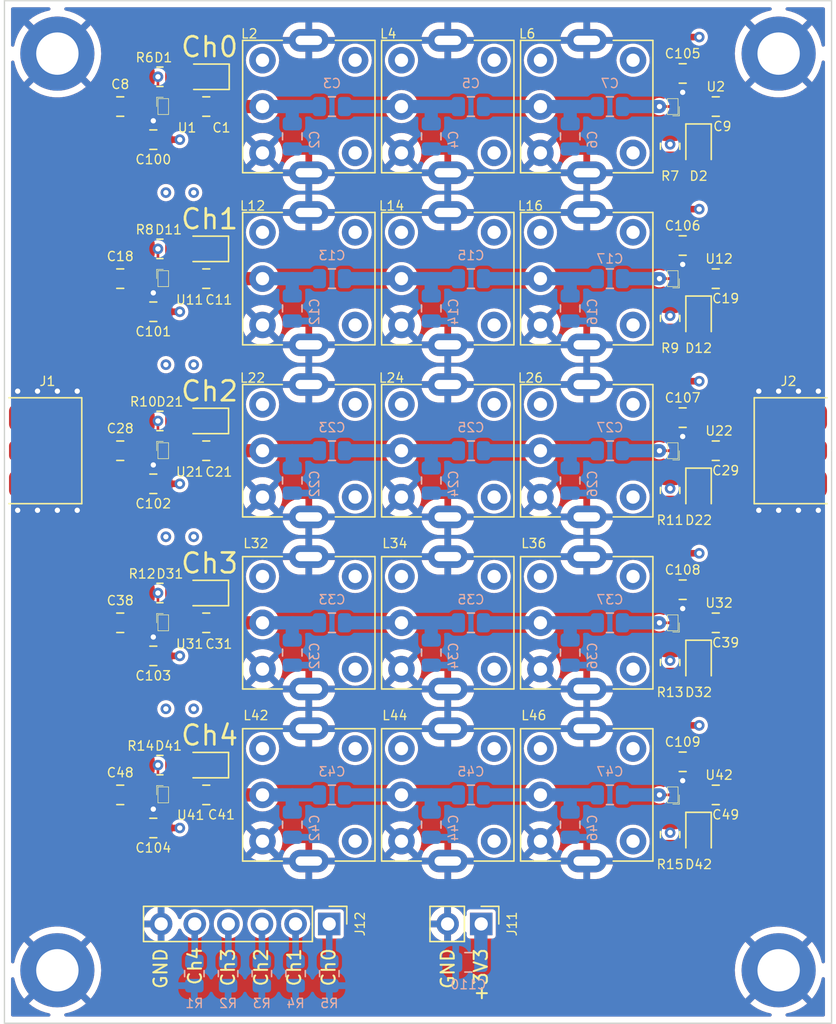
<source format=kicad_pcb>
(kicad_pcb (version 20211014) (generator pcbnew)
  (layers (0 "F.Cu" signal) (1 "In1.Cu" signal) (2 "In2.Cu" signal) (31 "B.Cu" signal) (36 "B.SilkS" user "B.Silkscreen") (37 "F.SilkS" user "F.Silkscreen") (38 "B.Mask" user) (39 "F.Mask" user) (44 "Edge.Cuts" user))
  (net 0 "")
  (net 1 "Net-(C1-Pad1)")
  (net 2 "GND")
  (net 3 "Net-(C3-Pad2)")
  (net 4 "Net-(C7-Pad2)")
  (net 5 "Net-(C8-Pad2)")
  (net 6 "Net-(C9-Pad1)")
  (net 7 "Net-(C19-Pad2)")
  (net 8 "Net-(C11-Pad1)")
  (net 9 "Net-(C13-Pad2)")
  (net 10 "Net-(C17-Pad2)")
  (net 11 "Net-(C19-Pad1)")
  (net 12 "Net-(C21-Pad1)")
  (net 13 "Net-(C23-Pad2)")
  (net 14 "Net-(C27-Pad2)")
  (net 15 "Net-(C28-Pad2)")
  (net 16 "Net-(C29-Pad1)")
  (net 17 "Net-(C31-Pad1)")
  (net 18 "Net-(C35-Pad2)")
  (net 19 "Net-(C37-Pad2)")
  (net 20 "Net-(C39-Pad1)")
  (net 21 "Net-(C41-Pad1)")
  (net 22 "Net-(C41-Pad2)")
  (net 23 "Net-(C43-Pad2)")
  (net 24 "Net-(C47-Pad2)")
  (net 25 "Net-(C48-Pad2)")
  (net 26 "Net-(C49-Pad1)")
  (net 27 "+3V3")
  (net 28 "SEL_BANK0")
  (net 29 "SEL_BANK1")
  (net 30 "SEL_BANK2")
  (net 31 "SEL_BANK3")
  (net 32 "SEL_BANK4")
  (net 33 "Net-(C21-Pad2)")
  (net 34 "Net-(C25-Pad2)")
  (net 35 "Net-(C1-Pad2)")
  (net 36 "Net-(C5-Pad2)")
  (net 37 "Net-(C18-Pad1)")
  (net 38 "Net-(C11-Pad2)")
  (net 39 "Net-(C15-Pad2)")
  (net 40 "Net-(C18-Pad2)")
  (net 41 "Net-(C31-Pad2)")
  (net 42 "Net-(C33-Pad2)")
  (net 43 "Net-(C38-Pad2)")
  (net 44 "Net-(C45-Pad2)")
  (net 45 "Net-(D1-Pad2)")
  (net 46 "Net-(D2-Pad2)")
  (net 47 "Net-(D11-Pad2)")
  (net 48 "Net-(D12-Pad2)")
  (net 49 "Net-(D21-Pad2)")
  (net 50 "Net-(D22-Pad2)")
  (net 51 "Net-(D31-Pad2)")
  (net 52 "Net-(D32-Pad2)")
  (net 53 "Net-(D41-Pad2)")
  (net 54 "Net-(D42-Pad2)")
  (footprint "Capacitor_SMD:C_0805_2012Metric" (layer "F.Cu") (at 104.75 74)
    (fp_text reference "C9")
    (fp_text value "100n")
  )
  (footprint "Capacitor_SMD:C_0805_2012Metric" (layer "F.Cu") (at 102.25 97.5 180)
    (fp_text reference "C107")
    (fp_text value "10n")
  )
  (footprint "Capacitor_SMD:C_0805_2012Metric" (layer "F.Cu") (at 62.25 115.5)
    (fp_text reference "C103")
    (fp_text value "10n")
  )
  (footprint "Resistor_SMD:R_0805_2012Metric" (layer "F.Cu") (at 101.3 129 -90)
    (fp_text reference "R15")
    (fp_text value "1k")
  )
  (footprint "LED_SMD:LED_0805_2012Metric" (layer "F.Cu") (at 66.3 71.75 180)
    (fp_text reference "D1")
    (fp_text value "KP-2012SURCK")
  )
  (footprint "bandPass2:TOKO_10K" (layer "F.Cu") (at 84.5 100)
    (fp_text reference "L24")
    (fp_text value "375n")
  )
  (footprint "bandPass2:SMA" (layer "F.Cu") (at 51.345 100)
    (fp_text reference "J1")
    (fp_text value "SMA")
  )
  (footprint "bandPass2:TOKO_10K" (layer "F.Cu") (at 74 113)
    (fp_text reference "L32")
    (fp_text value "375n")
  )
  (footprint "Resistor_SMD:R_0805_2012Metric" (layer "F.Cu") (at 62.75 97.75)
    (fp_text reference "R10")
    (fp_text value "1k")
  )
  (footprint "Resistor_SMD:R_0805_2012Metric" (layer "F.Cu") (at 101.3 77 -90)
    (fp_text reference "R7")
    (fp_text value "1k")
  )
  (footprint "Capacitor_SMD:C_0805_2012Metric" (layer "F.Cu") (at 102.25 123.5 180)
    (fp_text reference "C109")
    (fp_text value "10n")
  )
  (footprint "Connector_PinHeader_2.54mm:PinHeader_1x06_P2.54mm_Vertical" (layer "F.Cu") (at 75.54 135.75 -90)
    (fp_text reference "J12")
    (fp_text value "Conn_01x06")
  )
  (footprint "bandPass2:TOKO_10K" (layer "F.Cu") (at 95 100)
    (fp_text reference "L26")
    (fp_text value "375n")
  )
  (footprint "Resistor_SMD:R_0805_2012Metric" (layer "F.Cu") (at 101.3 116 -90)
    (fp_text reference "R13")
    (fp_text value "1k")
  )
  (footprint "LED_SMD:LED_0805_2012Metric" (layer "F.Cu") (at 103.45 77 -90)
    (fp_text reference "D2")
    (fp_text value "KP-2012SURCK")
  )
  (footprint "LED_SMD:LED_0805_2012Metric" (layer "F.Cu") (at 66.25 84.75 180)
    (fp_text reference "D11")
    (fp_text value "KP-2012SURCK")
  )
  (footprint "Capacitor_SMD:C_0805_2012Metric" (layer "F.Cu") (at 66.25 100)
    (fp_text reference "C21")
    (fp_text value "82p")
  )
  (footprint "bandPass2:BGS12P2L6E6327XTSA1" (layer "F.Cu") (at 63 113 180)
    (fp_text reference "U31")
    (fp_text value "BGS12P2L6E6327XTSA1")
  )
  (footprint "bandPass2:TOKO_10K" (layer "F.Cu") (at 95 87)
    (fp_text reference "L16")
    (fp_text value "375n")
  )
  (footprint "Resistor_SMD:R_0805_2012Metric" (layer "F.Cu") (at 62.75 110.75)
    (fp_text reference "R12")
    (fp_text value "1k")
  )
  (footprint "bandPass2:TOKO_10K" (layer "F.Cu") (at 74 100)
    (fp_text reference "L22")
    (fp_text value "375n")
  )
  (footprint "LED_SMD:LED_0805_2012Metric" (layer "F.Cu") (at 103.45 103 -90)
    (fp_text reference "D22")
    (fp_text value "KP-2012SURCK")
  )
  (footprint "bandPass2:TOKO_10K" (layer "F.Cu") (at 95 126)
    (fp_text reference "L46")
    (fp_text value "375n")
  )
  (footprint "bandPass2:BGS12P2L6E6327XTSA1" (layer "F.Cu") (at 101.5 126)
    (fp_text reference "U42")
    (fp_text value "BGS12P2L6E6327XTSA1")
  )
  (footprint "LED_SMD:LED_0805_2012Metric" (layer "F.Cu") (at 103.45 116 -90)
    (fp_text reference "D32")
    (fp_text value "KP-2012SURCK")
  )
  (footprint "Capacitor_SMD:C_0805_2012Metric" (layer "F.Cu") (at 62.25 89.5)
    (fp_text reference "C101")
    (fp_text value "10n")
  )
  (footprint "LED_SMD:LED_0805_2012Metric" (layer "F.Cu") (at 103.45 129 -90)
    (fp_text reference "D42")
    (fp_text value "KP-2012SURCK")
  )
  (footprint "bandPass2:BGS12P2L6E6327XTSA1" (layer "F.Cu") (at 63 126 180)
    (fp_text reference "U41")
    (fp_text value "BGS12P2L6E6327XTSA1")
  )
  (footprint "Capacitor_SMD:C_0805_2012Metric" (layer "F.Cu") (at 59.75 87)
    (fp_text reference "C18")
    (fp_text value "100n")
  )
  (footprint "bandPass2:BGS12P2L6E6327XTSA1" (layer "F.Cu") (at 101.5 100)
    (fp_text reference "U22")
    (fp_text value "BGS12P2L6E6327XTSA1")
  )
  (footprint "bandPass2:BGS12P2L6E6327XTSA1" (layer "F.Cu") (at 101.5 74)
    (fp_text reference "U2")
    (fp_text value "BGS12P2L6E6327XTSA1")
  )
  (footprint "Connector_PinHeader_2.54mm:PinHeader_1x02_P2.54mm_Vertical" (layer "F.Cu") (at 87.025 135.75 -90)
    (fp_text reference "J11")
    (fp_text value "Conn_01x02")
  )
  (footprint "LED_SMD:LED_0805_2012Metric" (layer "F.Cu") (at 66.25 123.75 180)
    (fp_text reference "D41")
    (fp_text value "KP-2012SURCK")
  )
  (footprint "Capacitor_SMD:C_0805_2012Metric" (layer "F.Cu") (at 62.25 128.5)
    (fp_text reference "C104")
    (fp_text value "10n")
  )
  (footprint "LED_SMD:LED_0805_2012Metric" (layer "F.Cu") (at 66.25 97.75 180)
    (fp_text reference "D21")
    (fp_text value "KP-2012SURCK")
  )
  (footprint "LED_SMD:LED_0805_2012Metric" (layer "F.Cu") (at 66.25 110.75 180)
    (fp_text reference "D31")
    (fp_text value "KP-2012SURCK")
  )
  (footprint "MountingHole:MountingHole_3.2mm_M3_DIN965_Pad" (layer "F.Cu") (at 55 70)
    (fp_text reference "J202" hide)
    (fp_text value "hole")
  )
  (footprint "Capacitor_SMD:C_0805_2012Metric" (layer "F.Cu") (at 104.75 126)
    (fp_text reference "C49")
    (fp_text value "100n")
  )
  (footprint "Capacitor_SMD:C_0805_2012Metric" (layer "F.Cu") (at 104.75 113)
    (fp_text reference "C39")
    (fp_text value "100n")
  )
  (footprint "Resistor_SMD:R_0805_2012Metric" (layer "F.Cu") (at 101.3 90 -90)
    (fp_text reference "R9")
    (fp_text value "1k")
  )
  (footprint "Capacitor_SMD:C_0805_2012Metric" (layer "F.Cu") (at 66.25 113)
    (fp_text reference "C31")
    (fp_text value "82p")
  )
  (footprint "MountingHole:MountingHole_3.2mm_M3_DIN965_Pad" (layer "F.Cu") (at 109.5 70)
    (fp_text reference "J204" hide)
    (fp_text value "hole")
  )
  (footprint "bandPass2:TOKO_10K" (layer "F.Cu") (at 84.5 87)
    (fp_text reference "L14")
    (fp_text value "375n")
  )
  (footprint "bandPass2:BGS12P2L6E6327XTSA1" (layer "F.Cu") (at 63 74 180)
    (fp_text reference "U1")
    (fp_text value "BGS12P2L6E6327XTSA1")
  )
  (footprint "bandPass2:TOKO_10K" (layer "F.Cu") (at 95 113)
    (fp_text reference "L36")
    (fp_text value "375n")
  )
  (footprint "Capacitor_SMD:C_0805_2012Metric" (layer "F.Cu") (at 59.75 113)
    (fp_text reference "C38")
    (fp_text value "100n")
  )
  (footprint "Capacitor_SMD:C_0805_2012Metric" (layer "F.Cu") (at 66.25 87)
    (fp_text reference "C11")
    (fp_text value "82p")
  )
  (footprint "bandPass2:BGS12P2L6E6327XTSA1" (layer "F.Cu") (at 63 100 180)
    (fp_text reference "U21")
    (fp_text value "BGS12P2L6E6327XTSA1")
  )
  (footprint "Resistor_SMD:R_0805_2012Metric" (layer "F.Cu") (at 62.75 71.75)
    (fp_text reference "R6")
    (fp_text value "1k")
  )
  (footprint "Capacitor_SMD:C_0805_2012Metric" (layer "F.Cu") (at 59.75 100)
    (fp_text reference "C28")
    (fp_text value "100n")
  )
  (footprint "bandPass2:TOKO_10K" (layer "F.Cu") (at 95 74)
    (fp_text reference "L6")
    (fp_text value "375n")
  )
  (footprint "Capacitor_SMD:C_0805_2012Metric" (layer "F.Cu") (at 59.75 74)
    (fp_text reference "C8")
    (fp_text value "100n")
  )
  (footprint "Resistor_SMD:R_0805_2012Metric" (layer "F.Cu") (at 62.75 84.75)
    (fp_text reference "R8")
    (fp_text value "1k")
  )
  (footprint "bandPass2:TOKO_10K" (layer "F.Cu") (at 74 126)
    (fp_text reference "L42")
    (fp_text value "375n")
  )
  (footprint "Capacitor_SMD:C_0805_2012Metric" (layer "F.Cu") (at 104.75 87)
    (fp_text reference "C19")
    (fp_text value "100n")
  )
  (footprint "bandPass2:BGS12P2L6E6327XTSA1" (layer "F.Cu") (at 101.5 113)
    (fp_text reference "U32")
    (fp_text value "BGS12P2L6E6327XTSA1")
  )
  (footprint "bandPass2:TOKO_10K" (layer "F.Cu") (at 74 74)
    (fp_text reference "L2")
    (fp_text value "375n")
  )
  (footprint "Capacitor_SMD:C_0805_2012Metric" (layer "F.Cu") (at 102.25 84.5 180)
    (fp_text reference "C106")
    (fp_text value "10n")
  )
  (footprint "bandPass2:TOKO_10K" (layer "F.Cu") (at 74 87)
    (fp_text reference "L12")
    (fp_text value "375n")
  )
  (footprint "bandPass2:TOKO_10K" (layer "F.Cu") (at 84.5 74)
    (fp_text reference "L4")
    (fp_text value "375n")
  )
  (footprint "Resistor_SMD:R_0805_2012Metric" (layer "F.Cu") (at 101.3 103 -90)
    (fp_text reference "R11")
    (fp_text value "1k")
  )
  (footprint "bandPass2:TOKO_10K" (layer "F.Cu") (at 84.5 126)
    (fp_text reference "L44")
    (fp_text value "375n")
  )
  (footprint "Capacitor_SMD:C_0805_2012Metric" (layer "F.Cu") (at 102.25 110.5 180)
    (fp_text reference "C108")
    (fp_text value "10n")
  )
  (footprint "Capacitor_SMD:C_0805_2012Metric" (layer "F.Cu") (at 66.25 74)
    (fp_text reference "C1")
    (fp_text value "82p")
  )
  (footprint "Capacitor_SMD:C_0805_2012Metric" (layer "F.Cu") (at 62.25 76.5)
    (fp_text reference "C100")
    (fp_text value "10n")
  )
  (footprint "Resistor_SMD:R_0805_2012Metric" (layer "F.Cu") (at 62.75 123.75)
    (fp_text reference "R14")
    (fp_text value "1k")
  )
  (footprint "Capacitor_SMD:C_0805_2012Metric" (layer "F.Cu") (at 66.25 126)
    (fp_text reference "C41")
    (fp_text value "82p")
  )
  (footprint "LED_SMD:LED_0805_2012Metric" (layer "F.Cu") (at 103.45 90 -90)
    (fp_text reference "D12")
    (fp_text value "KP-2012SURCK")
  )
  (footprint "MountingHole:MountingHole_3.2mm_M3_DIN965_Pad" (layer "F.Cu") (at 55 139.25)
    (fp_text reference "J203" hide)
    (fp_text value "hole")
  )
  (footprint "Capacitor_SMD:C_0805_2012Metric" (layer "F.Cu") (at 59.75 126)
    (fp_text reference "C48")
    (fp_text value "100n")
  )
  (footprint "bandPass2:TOKO_10K" (layer "F.Cu") (at 84.5 113)
    (fp_text reference "L34")
    (fp_text value "375n")
  )
  (footprint "Capacitor_SMD:C_0805_2012Metric" (layer "F.Cu") (at 62.25 102.5)
    (fp_text reference "C102")
    (fp_text value "10n")
  )
  (footprint "MountingHole:MountingHole_3.2mm_M3_DIN965_Pad" (layer "F.Cu") (at 109.5 139.25)
    (fp_text reference "J201" hide)
    (fp_text value "hole")
  )
  (footprint "Capacitor_SMD:C_0805_2012Metric" (layer "F.Cu") (at 104.75 100)
    (fp_text reference "C29")
    (fp_text value "100n")
  )
  (footprint "bandPass2:BGS12P2L6E6327XTSA1" (layer "F.Cu") (at 63 87 180)
    (fp_text reference "U11")
    (fp_text value "BGS12P2L6E6327XTSA1")
  )
  (footprint "bandPass2:SMA" (layer "F.Cu") (at 113.155 100 180)
    (fp_text reference "J2")
    (fp_text value "SMA")
  )
  (footprint "bandPass2:BGS12P2L6E6327XTSA1" (layer "F.Cu") (at 101.5 87)
    (fp_text reference "U12")
    (fp_text value "BGS12P2L6E6327XTSA1")
  )
  (footprint "Capacitor_SMD:C_0805_2012Metric" (layer "F.Cu") (at 102.25 71.5 180)
    (fp_text reference "C105")
    (fp_text value "10n")
  )
  (footprint "Capacitor_SMD:C_0805_2012Metric" (layer "B.Cu") (at 93.75 102.25 90)
    (fp_text reference "C26")
    (fp_text value "220p")
  )
  (footprint "Capacitor_SMD:C_0805_2012Metric" (layer "B.Cu") (at 86.25 100)
    (fp_text reference "C25")
    (fp_text value "27p")
  )
  (footprint "Capacitor_SMD:C_0805_2012Metric" (layer "B.Cu") (at 72.75 89.25 90)
    (fp_text reference "C12")
    (fp_text value "220p")
  )
  (footprint "Capacitor_SMD:C_0805_2012Metric" (layer "B.Cu") (at 83.25 115.25 90)
    (fp_text reference "C34")
    (fp_text value "270p")
  )
  (footprint "Capacitor_SMD:C_0805_2012Metric" (layer "B.Cu") (at 75.75 74)
    (fp_text reference "C3")
    (fp_text value "27p")
  )
  (footprint "Resistor_SMD:R_0805_2012Metric" (layer "B.Cu") (at 75.55 139.5 -90)
    (fp_text reference "R5")
    (fp_text value "10k")
  )
  (footprint "Resistor_SMD:R_0805_2012Metric" (layer "B.Cu") (at 70.45 139.5 -90)
    (fp_text reference "R3")
    (fp_text value "10k")
  )
  (footprint "Capacitor_SMD:C_0805_2012Metric" (layer "B.Cu") (at 93.75 115.25 90)
    (fp_text reference "C36")
    (fp_text value "220p")
  )
  (footprint "Capacitor_SMD:C_0805_2012Metric" (layer "B.Cu") (at 86.25 113)
    (fp_text reference "C35")
    (fp_text value "27p")
  )
  (footprint "Capacitor_SMD:C_0805_2012Metric" (layer "B.Cu") (at 83.25 76.25 90)
    (fp_text reference "C4")
    (fp_text value "270p")
  )
  (footprint "Capacitor_SMD:C_0805_2012Metric" (layer "B.Cu") (at 86.25 87)
    (fp_text reference "C15")
    (fp_text value "27p")
  )
  (footprint "Capacitor_SMD:C_0805_2012Metric" (layer "B.Cu") (at 75.75 113)
    (fp_text reference "C33")
    (fp_text value "27p")
  )
  (footprint "Capacitor_SMD:C_0805_2012Metric" (layer "B.Cu") (at 72.75 102.25 90)
    (fp_text reference "C22")
    (fp_text value "220p")
  )
  (footprint "Capacitor_SMD:C_0805_2012Metric" (layer "B.Cu") (at 96.75 100)
    (fp_text reference "C27")
    (fp_text value "82p")
  )
  (footprint "Capacitor_SMD:C_0805_2012Metric" (layer "B.Cu") (at 96.75 74)
    (fp_text reference "C7")
    (fp_text value "82p")
  )
  (footprint "Capacitor_SMD:C_0805_2012Metric" (layer "B.Cu") (at 72.75 76.25 90)
    (fp_text reference "C2")
    (fp_text value "220p")
  )
  (footprint "Capacitor_SMD:C_0805_2012Metric" (layer "B.Cu") (at 96.75 126)
    (fp_text reference "C47")
    (fp_text value "82p")
  )
  (footprint "Capacitor_SMD:C_0805_2012Metric" (layer "B.Cu") (at 93.75 89.25 90)
    (fp_text reference "C16")
    (fp_text value "220p")
  )
  (footprint "Capacitor_SMD:C_0805_2012Metric" (layer "B.Cu") (at 93.75 128.25 90)
    (fp_text reference "C46")
    (fp_text value "220p")
  )
  (footprint "Capacitor_SMD:C_0805_2012Metric" (layer "B.Cu") (at 75.75 126)
    (fp_text reference "C43")
    (fp_text value "27p")
  )
  (footprint "Capacitor_SMD:C_0805_2012Metric" (layer "B.Cu") (at 96.75 87)
    (fp_text reference "C17")
    (fp_text value "82p")
  )
  (footprint "Capacitor_SMD:C_0805_2012Metric" (layer "B.Cu") (at 83.25 89.25 90)
    (fp_text reference "C14")
    (fp_text value "270p")
  )
  (footprint "Capacitor_SMD:C_0805_2012Metric" (layer "B.Cu") (at 75.75 87)
    (fp_text reference "C13")
    (fp_text value "27p")
  )
  (footprint "Capacitor_SMD:C_0805_2012Metric" (layer "B.Cu") (at 86.05 138.65)
    (fp_text reference "C110")
    (fp_text value "10n")
  )
  (footprint "Capacitor_SMD:C_0805_2012Metric" (layer "B.Cu") (at 83.25 102.25 90)
    (fp_text reference "C24")
    (fp_text value "270p")
  )
  (footprint "Capacitor_SMD:C_0805_2012Metric" (layer "B.Cu") (at 83.25 128.25 90)
    (fp_text reference "C44")
    (fp_text value "270p")
  )
  (footprint "Resistor_SMD:R_0805_2012Metric" (layer "B.Cu") (at 67.9 139.5 -90)
    (fp_text reference "R2")
    (fp_text value "10k")
  )
  (footprint "Resistor_SMD:R_0805_2012Metric" (layer "B.Cu") (at 65.35 139.5 -90)
    (fp_text reference "R1")
    (fp_text value "10k")
  )
  (footprint "Capacitor_SMD:C_0805_2012Metric" (layer "B.Cu") (at 86.25 74)
    (fp_text reference "C5")
    (fp_text value "27p")
  )
  (footprint "Resistor_SMD:R_0805_2012Metric" (layer "B.Cu") (at 73 139.5 -90)
    (fp_text reference "R4")
    (fp_text value "10k")
  )
  (footprint "Capacitor_SMD:C_0805_2012Metric" (layer "B.Cu") (at 96.75 113)
    (fp_text reference "C37")
    (fp_text value "82p")
  )
  (footprint "Capacitor_SMD:C_0805_2012Metric" (layer "B.Cu") (at 93.75 76.25 90)
    (fp_text reference "C6")
    (fp_text value "220p")
  )
  (footprint "Capacitor_SMD:C_0805_2012Metric" (layer "B.Cu") (at 72.75 128.25 90)
    (fp_text reference "C42")
    (fp_text value "220p")
  )
  (footprint "Capacitor_SMD:C_0805_2012Metric" (layer "B.Cu") (at 72.75 115.25 90)
    (fp_text reference "C32")
    (fp_text value "220p")
  )
  (footprint "Capacitor_SMD:C_0805_2012Metric" (layer "B.Cu") (at 86.25 126)
    (fp_text reference "C45")
    (fp_text value "27p")
  )
  (footprint "Capacitor_SMD:C_0805_2012Metric" (layer "B.Cu") (at 75.75 100)
    (fp_text reference "C23")
    (fp_text value "27p")
  )
  (gr_line (start 51 100) (end 51 66) (layer "Edge.Cuts") (width 0.1))
  (gr_line (start 113.5 100) (end 113.5 143.25) (layer "Edge.Cuts") (width 0.1))
  (gr_line (start 51 66) (end 113.5 66) (layer "Edge.Cuts") (width 0.1))
  (gr_line (start 51 100) (end 51 143.25) (layer "Edge.Cuts") (width 0.1))
  (gr_line (start 113.5 143.25) (end 51 143.25) (layer "Edge.Cuts") (width 0.1))
  (gr_line (start 113.5 100) (end 113.5 66) (layer "Edge.Cuts") (width 0.1))
  (gr_text "Ch4" (at 65.4 137.4 90) (layer "F.SilkS") (effects (font (size 1 1)) (justify right)))
  (gr_text "Ch1" (at 72.9 137.5 90) (layer "F.SilkS") (effects (font (size 1 1)) (justify right)))
  (gr_text "Ch3" (at 66.5 108.5) (layer "F.SilkS") (effects (font (size 1.5 1.5) (thickness 0.2))))
  (gr_text "GND" (at 62.8 137.5 90) (layer "F.SilkS") (effects (font (size 1 1)) (justify right)))
  (gr_text "Ch0" (at 66.5 69.5) (layer "F.SilkS") (effects (font (size 1.5 1.5) (thickness 0.2))))
  (gr_text "Ch2" (at 70.4 137.5 90) (layer "F.SilkS") (effects (font (size 1 1)) (justify right)))
  (gr_text "Ch4" (at 66.5 121.5) (layer "F.SilkS") (effects (font (size 1.5 1.5) (thickness 0.2))))
  (gr_text "Ch3" (at 67.9 137.5 90) (layer "F.SilkS") (effects (font (size 1 1)) (justify right)))
  (gr_text "GND" (at 84.5 137.5 90) (layer "F.SilkS") (effects (font (size 1 1)) (justify right)))
  (gr_text "+3V3" (at 87 137.5 90) (layer "F.SilkS") (effects (font (size 1 1)) (justify right)))
  (gr_text "Ch1" (at 66.5 82.5) (layer "F.SilkS") (effects (font (size 1.5 1.5) (thickness 0.2))))
  (gr_text "Ch0" (at 75.5 137.5 90) (layer "F.SilkS") (effects (font (size 1 1)) (justify right)))
  (gr_text "Ch2" (at 66.5 95.5) (layer "F.SilkS") (effects (font (size 1.5 1.5) (thickness 0.2))))
  (segment (start 65.3 74) (end 63.2 74) (width 0.2) (layer "F.Cu") (net 1))
  (segment (start 62.425 113.4) (end 62.8 113.4) (width 0.2) (layer "F.Cu") (net 2))
  (segment (start 62.425 126.4) (end 62.8 126.4) (width 0.2) (layer "F.Cu") (net 2))
  (segment (start 62.8 87) (end 62.8 87.4) (width 0.2) (layer "F.Cu") (net 2))
  (segment (start 102.075 86.6) (end 101.7 86.6) (width 0.2) (layer "F.Cu") (net 2))
  (segment (start 102.25 124.925) (end 102.25 125.425) (width 0.2) (layer "F.Cu") (net 2))
  (segment (start 102.25 111.925) (end 102.25 112.425) (width 0.2) (layer "F.Cu") (net 2))
  (segment (start 102.25 99.425) (end 102.075 99.6) (width 0.2) (layer "F.Cu") (net 2))
  (segment (start 62.25 87.575) (end 62.425 87.4) (width 0.2) (layer "F.Cu") (net 2))
  (segment (start 62.25 101.075) (end 62.25 100.575) (width 0.2) (layer "F.Cu") (net 2))
  (segment (start 62.25 74.575) (end 62.425 74.4) (width 0.2) (layer "F.Cu") (net 2))
  (segment (start 102.25 112.425) (end 102.075 112.6) (width 0.2) (layer "F.Cu") (net 2))
  (segment (start 102.075 125.6) (end 101.7 125.6) (width 0.2) (layer "F.Cu") (net 2))
  (segment (start 62.25 100.575) (end 62.425 100.4) (width 0.2) (layer "F.Cu") (net 2))
  (segment (start 62.425 87.4) (end 62.8 87.4) (width 0.2) (layer "F.Cu") (net 2))
  (segment (start 62.8 100) (end 62.8 100.4) (width 0.2) (layer "F.Cu") (net 2))
  (segment (start 101.7 87) (end 101.7 86.6) (width 0.2) (layer "F.Cu") (net 2))
  (segment (start 62.25 113.575) (end 62.425 113.4) (width 0.2) (layer "F.Cu") (net 2))
  (segment (start 62.25 88.075) (end 62.25 87.575) (width 0.2) (layer "F.Cu") (net 2))
  (segment (start 62.8 113.4) (end 62.8 113) (width 0.2) (layer "F.Cu") (net 2))
  (segment (start 62.25 75.075) (end 62.25 74.575) (width 0.2) (layer "F.Cu") (net 2))
  (segment (start 62.425 100.4) (end 62.8 100.4) (width 0.2) (layer "F.Cu") (net 2))
  (segment (start 102.25 86.425) (end 102.075 86.6) (width 0.2) (layer "F.Cu") (net 2))
  (segment (start 101.7 113) (end 101.7 112.6) (width 0.2) (layer "F.Cu") (net 2))
  (segment (start 102.25 125.425) (end 102.075 125.6) (width 0.2) (layer "F.Cu") (net 2))
  (segment (start 102.075 112.6) (end 101.7 112.6) (width 0.2) (layer "F.Cu") (net 2))
  (segment (start 62.8 74) (end 62.8 74.4) (width 0.2) (layer "F.Cu") (net 2))
  (segment (start 102.075 99.6) (end 101.7 99.6) (width 0.2) (layer "F.Cu") (net 2))
  (segment (start 101.7 126) (end 101.7 125.6) (width 0.2) (layer "F.Cu") (net 2))
  (segment (start 62.25 127.075) (end 62.25 126.575) (width 0.2) (layer "F.Cu") (net 2))
  (segment (start 62.25 114.075) (end 62.25 113.575) (width 0.2) (layer "F.Cu") (net 2))
  (segment (start 102.25 72.925) (end 102.25 73.425) (width 0.2) (layer "F.Cu") (net 2))
  (segment (start 101.7 74) (end 101.7 73.6) (width 0.2) (layer "F.Cu") (net 2))
  (segment (start 102.25 73.425) (end 102.075 73.6) (width 0.2) (layer "F.Cu") (net 2))
  (segment (start 62.25 126.575) (end 62.425 126.4) (width 0.2) (layer "F.Cu") (net 2))
  (segment (start 62.8 126.4) (end 62.8 126) (width 0.2) (layer "F.Cu") (net 2))
  (segment (start 62.425 74.4) (end 62.8 74.4) (width 0.2) (layer "F.Cu") (net 2))
  (segment (start 102.25 98.925) (end 102.25 99.425) (width 0.2) (layer "F.Cu") (net 2))
  (segment (start 101.7 100) (end 101.7 99.6) (width 0.2) (layer "F.Cu") (net 2))
  (segment (start 102.25 85.925) (end 102.25 86.425) (width 0.2) (layer "F.Cu") (net 2))
  (segment (start 102.075 73.6) (end 101.7 73.6) (width 0.2) (layer "F.Cu") (net 2))
  (via (at 52 104.5) (size 0.8) (drill 0.4) (layers "F.Cu" "B.Cu") (net 2))
  (via (at 108 95.5) (size 0.8) (drill 0.4) (layers "F.Cu" "B.Cu") (net 2))
  (via (at 62.25 101.075) (size 0.8) (drill 0.4) (layers "F.Cu" "B.Cu") (net 2))
  (via (at 102.25 98.925) (size 0.8) (drill 0.4) (layers "F.Cu" "B.Cu") (net 2))
  (via (at 52 95.5) (size 0.8) (drill 0.4) (layers "F.Cu" "B.Cu") (net 2))
  (via (at 109.5 95.5) (size 0.8) (drill 0.4) (layers "F.Cu" "B.Cu") (net 2))
  (via (at 102.25 124.925) (size 0.8) (drill 0.4) (layers "F.Cu" "B.Cu") (net 2))
  (via (at 62.25 127.075) (size 0.8) (drill 0.4) (layers "F.Cu" "B.Cu") (net 2))
  (via (at 62.25 75.075) (size 0.8) (drill 0.4) (layers "F.Cu" "B.Cu") (net 2))
  (via (at 53.5 95.5) (size 0.8) (drill 0.4) (layers "F.Cu" "B.Cu") (net 2))
  (via (at 102.25 72.925) (size 0.8) (drill 0.4) (layers "F.Cu" "B.Cu") (net 2))
  (via (at 102.25 111.925) (size 0.8) (drill 0.4) (layers "F.Cu" "B.Cu") (net 2))
  (via (at 112.5 95.5) (size 0.8) (drill 0.4) (layers "F.Cu" "B.Cu") (net 2))
  (via (at 53.5 104.5) (size 0.8) (drill 0.4) (layers "F.Cu" "B.Cu") (net 2))
  (via (at 56.5 95.5) (size 0.8) (drill 0.4) (layers "F.Cu" "B.Cu") (net 2))
  (via (at 55 104.5) (size 0.8) (drill 0.4) (layers "F.Cu" "B.Cu") (net 2))
  (via (at 111 95.5) (size 0.8) (drill 0.4) (layers "F.Cu" "B.Cu") (net 2))
  (via (at 62.25 88.075) (size 0.8) (drill 0.4) (layers "F.Cu" "B.Cu") (net 2))
  (via (at 56.5 104.5) (size 0.8) (drill 0.4) (layers "F.Cu" "B.Cu") (net 2))
  (via (at 108 104.5) (size 0.8) (drill 0.4) (layers "F.Cu" "B.Cu") (net 2))
  (via (at 102.25 85.925) (size 0.8) (drill 0.4) (layers "F.Cu" "B.Cu") (net 2))
  (via (at 109.5 104.5) (size 0.8) (drill 0.4) (layers "F.Cu" "B.Cu") (net 2))
  (via (at 55 95.5) (size 0.8) (drill 0.4) (layers "F.Cu" "B.Cu") (net 2))
  (via (at 62.25 114.075) (size 0.8) (drill 0.4) (layers "F.Cu" "B.Cu") (net 2))
  (via (at 111 104.5) (size 0.8) (drill 0.4) (layers "F.Cu" "B.Cu") (net 2))
  (via (at 112.5 104.5) (size 0.8) (drill 0.4) (layers "F.Cu" "B.Cu") (net 2))
  (segment (start 83.25 75.3) (end 83.25 74) (width 1) (layer "B.Cu") (net 3))
  (segment (start 76.7 74) (end 81 74) (width 1) (layer "B.Cu") (net 3))
  (segment (start 81 74) (end 83.25 74) (width 1) (layer "B.Cu") (net 3))
  (segment (start 83.25 74) (end 85.3 74) (width 1) (layer "B.Cu") (net 3))
  (segment (start 101.3 74) (end 100.5 74) (width 0.2) (layer "F.Cu") (net 4))
  (via (at 100.5 74) (size 0.8) (drill 0.4) (layers "F.Cu" "B.Cu") (net 4))
  (segment (start 97.7 74) (end 100.5 74) (width 1) (layer "B.Cu") (net 4))
  (segment (start 61.75 74) (end 60.7 74) (width 0.2) (layer "F.Cu") (net 5))
  (segment (start 62.15 73.6) (end 61.75 74) (width 0.2) (layer "F.Cu") (net 5))
  (segment (start 62.8 73.6) (end 62.15 73.6) (width 0.2) (layer "F.Cu") (net 5))
  (segment (start 101.7 74.4) (end 102.35 74.4) (width 0.2) (layer "F.Cu") (net 6))
  (segment (start 102.35 74.4) (end 102.75 74) (width 0.2) (layer "F.Cu") (net 6))
  (segment (start 102.75 74) (end 103.8 74) (width 0.2) (layer "F.Cu") (net 6))
  (segment (start 110.655 100) (end 105.7 100) (width 1) (layer "F.Cu") (net 7))
  (segment (start 105.7 126) (end 105.7 100) (width 1) (layer "F.Cu") (net 7))
  (segment (start 105.7 74) (end 105.7 100) (width 1) (layer "F.Cu") (net 7))
  (segment (start 65.3 87) (end 63.2 87) (width 0.2) (layer "F.Cu") (net 8))
  (segment (start 83.25 87) (end 85.3 87) (width 1) (layer "B.Cu") (net 9))
  (segment (start 83.25 88.3) (end 83.25 87) (width 1) (layer "B.Cu") (net 9))
  (segment (start 76.7 87) (end 83.25 87) (width 1) (layer "B.Cu") (net 9))
  (segment (start 100.5 87) (end 101.3 87) (width 0.2) (layer "F.Cu") (net 10))
  (via (at 100.5 87) (size 0.8) (drill 0.4) (layers "F.Cu" "B.Cu") (net 10))
  (segment (start 97.7 87) (end 100.5 87) (width 1) (layer "B.Cu") (net 10))
  (segment (start 102.35 87.4) (end 102.75 87) (width 0.2) (layer "F.Cu") (net 11))
  (segment (start 101.7 87.4) (end 102.35 87.4) (width 0.2) (layer "F.Cu") (net 11))
  (segment (start 102.75 87) (end 103.8 87) (width 0.2) (layer "F.Cu") (net 11))
  (segment (start 65.3 100) (end 63.2 100) (width 0.2) (layer "F.Cu") (net 12))
  (segment (start 83.25 101.3) (end 83.25 100) (width 1) (layer "B.Cu") (net 13))
  (segment (start 76.7 100) (end 83.25 100) (width 1) (layer "B.Cu") (net 13))
  (segment (start 83.25 100) (end 85.3 100) (width 1) (layer "B.Cu") (net 13))
  (segment (start 100.5 100) (end 101.3 100) (width 0.2) (layer "F.Cu") (net 14))
  (via (at 100.5 100) (size 0.8) (drill 0.4) (layers "F.Cu" "B.Cu") (net 14))
  (segment (start 97.7 100) (end 100.5 100) (width 1) (layer "B.Cu") (net 14))
  (segment (start 61.75 100) (end 60.7 100) (width 0.2) (layer "F.Cu") (net 15))
  (segment (start 62.15 99.6) (end 61.75 100) (width 0.2) (layer "F.Cu") (net 15))
  (segment (start 62.8 99.6) (end 62.15 99.6) (width 0.2) (layer "F.Cu") (net 15))
  (segment (start 101.7 100.4) (end 102.35 100.4) (width 0.2) (layer "F.Cu") (net 16))
  (segment (start 102.75 100) (end 103.8 100) (width 0.2) (layer "F.Cu") (net 16))
  (segment (start 102.35 100.4) (end 102.75 100) (width 0.2) (layer "F.Cu") (net 16))
  (segment (start 65.3 113) (end 63.2 113) (width 0.2) (layer "F.Cu") (net 17))
  (segment (start 93.75 113) (end 95.8 113) (width 1) (layer "B.Cu") (net 18))
  (segment (start 91.5 113) (end 93.75 113) (width 1) (layer "B.Cu") (net 18))
  (segment (start 93.75 114.3) (end 93.75 113) (width 1) (layer "B.Cu") (net 18))
  (segment (start 87.2 113) (end 91.5 113) (width 1) (layer "B.Cu") (net 18))
  (segment (start 100.5 113) (end 101.3 113) (width 0.2) (layer "F.Cu") (net 19))
  (via (at 100.5 113) (size 0.8) (drill 0.4) (layers "F.Cu" "B.Cu") (net 19))
  (segment (start 97.7 113) (end 100.5 113) (width 1) (layer "B.Cu") (net 19))
  (segment (start 102.75 113) (end 103.8 113) (width 0.2) (layer "F.Cu") (net 20))
  (segment (start 102.35 113.4) (end 102.75 113) (width 0.2) (layer "F.Cu") (net 20))
  (segment (start 101.7 113.4) (end 102.35 113.4) (width 0.2) (layer "F.Cu") (net 20))
  (segment (start 65.3 126) (end 63.2 126) (width 0.2) (layer "F.Cu") (net 21))
  (segment (start 67.2 126) (end 70.5 126) (width 1) (layer "F.Cu") (net 22))
  (segment (start 70.5 126) (end 72.75 126) (width 1) (layer "B.Cu") (net 22))
  (segment (start 72.75 126) (end 74.8 126) (width 1) (layer "B.Cu") (net 22))
  (segment (start 72.75 127.3) (end 72.75 126) (width 1) (layer "B.Cu") (net 22))
  (segment (start 76.7 126) (end 83.25 126) (width 1) (layer "B.Cu") (net 23))
  (segment (start 83.25 126) (end 85.3 126) (width 1) (layer "B.Cu") (net 23))
  (segment (start 83.25 127.3) (end 83.25 126) (width 1) (layer "B.Cu") (net 23))
  (segment (start 100.5 126) (end 101.3 126) (width 0.2) (layer "F.Cu") (net 24))
  (via (at 100.5 126) (size 0.8) (drill 0.4) (layers "F.Cu" "B.Cu") (net 24))
  (segment (start 97.7 126) (end 100.5 126) (width 1) (layer "B.Cu") (net 24))
  (segment (start 62.8 125.6) (end 62.15 125.6) (width 0.2) (layer "F.Cu") (net 25))
  (segment (start 62.15 125.6) (end 61.75 126) (width 0.2) (layer "F.Cu") (net 25))
  (segment (start 61.75 126) (end 60.7 126) (width 0.2) (layer "F.Cu") (net 25))
  (segment (start 101.7 126.4) (end 102.35 126.4) (width 0.2) (layer "F.Cu") (net 26))
  (segment (start 102.75 126) (end 103.8 126) (width 0.2) (layer "F.Cu") (net 26))
  (segment (start 102.35 126.4) (end 102.75 126) (width 0.2) (layer "F.Cu") (net 26))
  (segment (start 101.3 71.5) (end 101.3 69.45) (width 0.5) (layer "F.Cu") (net 27))
  (segment (start 101.3 110.5) (end 101.3 108.45) (width 0.5) (layer "F.Cu") (net 27))
  (segment (start 63.2 87.4) (end 63.2 89.5) (width 0.2) (layer "F.Cu") (net 27))
  (segment (start 101.3 123.5) (end 101.3 121.45) (width 0.5) (layer "F.Cu") (net 27))
  (segment (start 63.2 74.4) (end 63.2 76.5) (width 0.2) (layer "F.Cu") (net 27))
  (segment (start 102 120.75) (end 103.5 120.75) (width 0.5) (layer "F.Cu") (net 27))
  (segment (start 101.3 84.5) (end 101.3 82.45) (width 0.5) (layer "F.Cu") (net 27))
  (segment (start 63.2 115.5) (end 64.25 115.5) (width 0.5) (layer "F.Cu") (net 27))
  (segment (start 101.3 125.6) (end 101.3 123.5) (width 0.2) (layer "F.Cu") (net 27))
  (segment (start 63.2 126.4) (end 63.2 128.5) (width 0.2) (layer "F.Cu") (net 27))
  (segment (start 63.2 100.4) (end 63.2 102.5) (width 0.2) (layer "F.Cu") (net 27))
  (segment (start 101.3 69.45) (end 102 68.75) (width 0.5) (layer "F.Cu") (net 27))
  (segment (start 63.2 102.5) (end 64.25 102.5) (width 0.5) (layer "F.Cu") (net 27))
  (segment (start 102 94.75) (end 103.5 94.75) (width 0.5) (layer "F.Cu") (net 27))
  (segment (start 101.3 97.5) (end 101.3 95.45) (width 0.5) (layer "F.Cu") (net 27))
  (segment (start 101.3 73.6) (end 101.3 71.5) (width 0.2) (layer "F.Cu") (net 27))
  (segment (start 101.3 121.45) (end 102 120.75) (width 0.5) (layer "F.Cu") (net 27))
  (segment (start 101.3 95.45) (end 102 94.75) (width 0.5) (layer "F.Cu") (net 27))
  (segment (start 101.3 86.6) (end 101.3 84.5) (width 0.2) (layer "F.Cu") (net 27))
  (segment (start 63.2 115.5) (end 63.2 113.4) (width 0.2) (layer "F.Cu") (net 27))
  (segment (start 63.2 89.5) (end 64.25 89.5) (width 0.5) (layer "F.Cu") (net 27))
  (segment (start 101.3 82.45) (end 102 81.75) (width 0.5) (layer "F.Cu") (net 27))
  (segment (start 101.3 99.6) (end 101.3 97.5) (width 0.2) (layer "F.Cu") (net 27))
  (segment (start 63.2 128.5) (end 64.25 128.5) (width 0.5) (layer "F.Cu") (net 27))
  (segment (start 101.3 108.45) (end 102 107.75) (width 0.5) (layer "F.Cu") (net 27))
  (segment (start 102 107.75) (end 103.5 107.75) (width 0.5) (layer "F.Cu") (net 27))
  (segment (start 102 68.75) (end 103.5 68.75) (width 0.5) (layer "F.Cu") (net 27))
  (segment (start 102 81.75) (end 103.5 81.75) (width 0.5) (layer "F.Cu") (net 27))
  (segment (start 101.3 112.6) (end 101.3 110.5) (width 0.2) (layer "F.Cu") (net 27))
  (segment (start 63.2 76.5) (end 64.25 76.5) (width 0.5) (layer "F.Cu") (net 27))
  (via (at 64.25 102.5) (size 0.8) (drill 0.4) (layers "F.Cu" "B.Cu") (net 27))
  (via locked (at 103.5 94.75) (size 0.8) (drill 0.4) (layers "F.Cu" "B.Cu") (net 27))
  (via locked (at 103.5 120.75) (size 0.8) (drill 0.4) (layers "F.Cu" "B.Cu") (net 27))
  (via locked (at 103.5 68.75) (size 0.8) (drill 0.4) (layers "F.Cu" "B.Cu") (net 27))
  (via (at 64.25 115.5) (size 0.8) (drill 0.4) (layers "F.Cu" "B.Cu") (net 27))
  (via (at 64.25 128.5) (size 0.8) (drill 0.4) (layers "F.Cu" "B.Cu") (net 27))
  (via locked (at 103.5 107.75) (size 0.8) (drill 0.4) (layers "F.Cu" "B.Cu") (net 27))
  (via (at 64.25 89.5) (size 0.8) (drill 0.4) (layers "F.Cu" "B.Cu") (net 27))
  (via (at 64.25 76.5) (size 0.8) (drill 0.4) (layers "F.Cu" "B.Cu") (net 27))
  (via locked (at 103.5 81.75) (size 0.8) (drill 0.4) (layers "F.Cu" "B.Cu") (net 27))
  (segment (start 87 138.65) (end 87 135.775) (width 1) (layer "B.Cu") (net 27))
  (segment (start 87 135.775) (end 87.025 135.75) (width 1) (layer "B.Cu") (net 27))
  (segment (start 62.6 72.65) (end 62.6 71.75) (width 0.2) (layer "F.Cu") (net 28))
  (segment (start 62.65 72.7) (end 62.6 72.65) (width 0.2) (layer "F.Cu") (net 28))
  (segment (start 101.3 74.4) (end 101.3 76.0875) (width 0.2) (layer "F.Cu") (net 28))
  (segment (start 63.2 73.25) (end 62.65 72.7) (width 0.2) (layer "F.Cu") (net 28))
  (segment (start 61.8375 71.75) (end 62.6 71.75) (width 0.2) (layer "F.Cu") (net 28))
  (segment (start 101.3 76.85) (end 101.3 76.0875) (width 0.2) (layer "F.Cu") (net 28))
  (segment (start 63.2 73.6) (end 63.2 73.25) (width 0.2) (layer "F.Cu") (net 28))
  (via (at 101.3 76.85) (size 0.8) (drill 0.4) (layers "F.Cu" "B.Cu") (net 28))
  (via (at 62.6 71.75) (size 0.8) (drill 0.4) (layers "F.Cu" "B.Cu") (net 28))
  (segment (start 75.54 138.5775) (end 75.55 138.5875) (width 0.5) (layer "B.Cu") (net 28))
  (segment (start 75.54 135.75) (end 75.54 138.5775) (width 0.5) (layer "B.Cu") (net 28))
  (segment (start 63.2 86.25) (end 62.6 85.65) (width 0.2) (layer "F.Cu") (net 29))
  (segment (start 62.6 84.75) (end 61.8375 84.75) (width 0.2) (layer "F.Cu") (net 29))
  (segment (start 63.2 86.6) (end 63.2 86.25) (width 0.2) (layer "F.Cu") (net 29))
  (segment (start 101.3 89.0875) (end 101.3 89.8) (width 0.2) (layer "F.Cu") (net 29))
  (segment (start 101.3 87.4) (end 101.3 89.0875) (width 0.2) (layer "F.Cu") (net 29))
  (segment (start 62.6 85.65) (end 62.6 84.75) (width 0.2) (layer "F.Cu") (net 29))
  (via (at 101.3 89.8) (size 0.8) (drill 0.4) (layers "F.Cu" "B.Cu") (net 29))
  (via (at 63.2 80.5) (size 0.8) (drill 0.4) (layers "F.Cu" "B.Cu") (net 29))
  (via (at 65.3 80.5) (size 0.8) (drill 0.4) (layers "F.Cu" "B.Cu") (net 29))
  (via (at 62.6 84.75) (size 0.8) (drill 0.4) (layers "F.Cu" "B.Cu") (net 29))
  (segment (start 73 135.75) (end 73 138.5875) (width 0.5) (layer "B.Cu") (net 29))
  (segment (start 61.8375 97.75) (end 62.6 97.75) (width 0.2) (layer "F.Cu") (net 30))
  (segment (start 101.3 100.4) (end 101.3 102.0875) (width 0.2) (layer "F.Cu") (net 30))
  (segment (start 62.65 98.7) (end 62.6 98.65) (width 0.2) (layer "F.Cu") (net 30))
  (segment (start 63.2 99.25) (end 62.65 98.7) (width 0.2) (layer "F.Cu") (net 30))
  (segment (start 101.3 102.0875) (end 101.3 102.85) (width 0.2) (layer "F.Cu") (net 30))
  (segment (start 63.2 99.6) (end 63.2 99.25) (width 0.2) (layer "F.Cu") (net 30))
  (segment (start 62.6 98.65) (end 62.6 97.75) (width 0.2) (layer "F.Cu") (net 30))
  (via (at 65.3 93.5) (size 0.8) (drill 0.4) (layers "F.Cu" "B.Cu") (net 30))
  (via (at 62.6 97.75) (size 0.8) (drill 0.4) (layers "F.Cu" "B.Cu") (net 30))
  (via (at 63.2 93.5) (size 0.8) (drill 0.4) (layers "F.Cu" "B.Cu") (net 30))
  (via (at 101.3 102.85) (size 0.8) (drill 0.4) (layers "F.Cu" "B.Cu") (net 30))
  (segment (start 70.46 135.75) (end 70.46 138.5775) (width 0.5) (layer "B.Cu") (net 30))
  (segment (start 70.46 138.5775) (end 70.45 138.5875) (width 0.5) (layer "B.Cu") (net 30))
  (segment (start 101.3 113.4) (end 101.3 115.0875) (width 0.2) (layer "F.Cu") (net 31))
  (segment (start 101.3 115.0875) (end 101.3 115.85) (width 0.2) (layer "F.Cu") (net 31))
  (segment (start 63.2 112.3) (end 62.6 111.7) (width 0.2) (layer "F.Cu") (net 31))
  (segment (start 62.6 111.7) (end 62.6 110.75) (width 0.2) (layer "F.Cu") (net 31))
  (segment (start 63.2 112.6) (end 63.2 112.3) (width 0.2) (layer "F.Cu") (net 31))
  (segment (start 61.8375 110.75) (end 62.6 110.75) (width 0.2) (layer "F.Cu") (net 31))
  (via (at 101.3 115.85) (size 0.8) (drill 0.4) (layers "F.Cu" "B.Cu") (net 31))
  (via (at 65.3 106.5) (size 0.8) (drill 0.4) (layers "F.Cu" "B.Cu") (net 31))
  (via (at 62.6 110.75) (size 0.8) (drill 0.4) (layers "F.Cu" "B.Cu") (net 31))
  (via (at 63.2 106.5) (size 0.8) (drill 0.4) (layers "F.Cu" "B.Cu") (net 31))
  (segment (start 67.92 135.75) (end 67.92 138.5675) (width 0.5) (layer "B.Cu") (net 31))
  (segment (start 67.92 138.5675) (end 67.9 138.5875) (width 0.5) (layer "B.Cu") (net 31))
  (segment (start 62.6 124.7) (end 62.6 123.75) (width 0.2) (layer "F.Cu") (net 32))
  (segment (start 101.3 128.0875) (end 101.3 128.85) (width 0.2) (layer "F.Cu") (net 32))
  (segment (start 63.2 125.3) (end 62.6 124.7) (width 0.2) (layer "F.Cu") (net 32))
  (segment (start 101.3 126.4) (end 101.3 128.0875) (width 0.2) (layer "F.Cu") (net 32))
  (segment (start 63.2 125.6) (end 63.2 125.3) (width 0.2) (layer "F.Cu") (net 32))
  (via (at 101.3 128.85) (size 0.8) (drill 0.4) (layers "F.Cu" "B.Cu") (net 32))
  (via (at 62.6 123.75) (size 0.8) (drill 0.4) (layers "F.Cu" "B.Cu") (net 32))
  (via (at 63.2 119.5) (size 0.8) (drill 0.4) (layers "F.Cu" "B.Cu") (net 32))
  (via (at 65.3 119.5) (size 0.8) (drill 0.4) (layers "F.Cu" "B.Cu") (net 32))
  (segment (start 65.38 135.75) (end 65.38 138.5575) (width 0.5) (layer "B.Cu") (net 32))
  (segment (start 65.38 138.5575) (end 65.35 138.5875) (width 0.5) (layer "B.Cu") (net 32))
  (segment (start 67.2 100) (end 70.5 100) (width 1) (layer "F.Cu") (net 33))
  (segment (start 72.75 100) (end 74.8 100) (width 1) (layer "B.Cu") (net 33))
  (segment (start 72.75 101.3) (end 72.75 100) (width 1) (layer "B.Cu") (net 33))
  (segment (start 70.5 100) (end 72.75 100) (width 1) (layer "B.Cu") (net 33))
  (segment (start 93.75 100) (end 95.8 100) (width 1) (layer "B.Cu") (net 34))
  (segment (start 87.2 100) (end 93.75 100) (width 1) (layer "B.Cu") (net 34))
  (segment (start 93.75 101.3) (end 93.75 100) (width 1) (layer "B.Cu") (net 34))
  (segment (start 67.2 74) (end 70.5 74) (width 1) (layer "F.Cu") (net 35))
  (segment (start 70.5 74) (end 72.75 74) (width 1) (layer "B.Cu") (net 35))
  (segment (start 72.75 75.3) (end 72.75 74) (width 1) (layer "B.Cu") (net 35))
  (segment (start 72.75 74) (end 74.8 74) (width 1) (layer "B.Cu") (net 35))
  (segment (start 93.75 74) (end 95.8 74) (width 1) (layer "B.Cu") (net 36))
  (segment (start 87.2 74) (end 93.75 74) (width 1) (layer "B.Cu") (net 36))
  (segment (start 93.75 75.3) (end 93.75 74) (width 1) (layer "B.Cu") (net 36))
  (segment (start 53.845 100) (end 58.8 100) (width 1) (layer "F.Cu") (net 37))
  (segment (start 58.8 74) (end 58.8 100) (width 1) (layer "F.Cu") (net 37))
  (segment (start 58.8 126) (end 58.8 100) (width 1) (layer "F.Cu") (net 37))
  (segment (start 67.2 87) (end 70.5 87) (width 1) (layer "F.Cu") (net 38))
  (segment (start 70.5 87) (end 72.75 87) (width 1) (layer "B.Cu") (net 38))
  (segment (start 72.75 88.3) (end 72.75 87) (width 1) (layer "B.Cu") (net 38))
  (segment (start 72.75 87) (end 74.8 87) (width 1) (layer "B.Cu") (net 38))
  (segment (start 87.2 87) (end 93.75 87) (width 1) (layer "B.Cu") (net 39))
  (segment (start 93.75 87) (end 95.8 87) (width 1) (layer "B.Cu") (net 39))
  (segment (start 93.75 88.3) (end 93.75 87) (width 1) (layer "B.Cu") (net 39))
  (segment (start 61.75 87) (end 60.7 87) (width 0.2) (layer "F.Cu") (net 40))
  (segment (start 62.8 86.6) (end 62.15 86.6) (width 0.2) (layer "F.Cu") (net 40))
  (segment (start 62.15 86.6) (end 61.75 87) (width 0.2) (layer "F.Cu") (net 40))
  (segment (start 67.2 113) (end 70.5 113) (width 1) (layer "F.Cu") (net 41))
  (segment (start 70.5 113) (end 72.75 113) (width 1) (layer "B.Cu") (net 41))
  (segment (start 72.75 113) (end 74.8 113) (width 1) (layer "B.Cu") (net 41))
  (segment (start 72.75 114.3) (end 72.75 113) (width 1) (layer "B.Cu") (net 41))
  (segment (start 83.25 113) (end 85.3 113) (width 1) (layer "B.Cu") (net 42))
  (segment (start 76.7 113) (end 83.25 113) (width 1) (layer "B.Cu") (net 42))
  (segment (start 83.25 114.3) (end 83.25 113) (width 1) (layer "B.Cu") (net 42))
  (segment (start 62.8 112.6) (end 62.15 112.6) (width 0.2) (layer "F.Cu") (net 43))
  (segment (start 62.15 112.6) (end 61.75 113) (width 0.2) (layer "F.Cu") (net 43))
  (segment (start 61.75 113) (end 60.7 113) (width 0.2) (layer "F.Cu") (net 43))
  (segment (start 93.75 126) (end 95.8 126) (width 1) (layer "B.Cu") (net 44))
  (segment (start 93.75 127.3) (end 93.75 126) (width 1) (layer "B.Cu") (net 44))
  (segment (start 87.2 126) (end 93.75 126) (width 1) (layer "B.Cu") (net 44))
  (segment (start 63.6625 71.75) (end 65.3625 71.75) (width 0.5) (layer "F.Cu") (net 45))
  (segment (start 103.425 77.9125) (end 103.45 77.9375) (width 0.5) (layer "F.Cu") (net 46))
  (segment (start 103.475 77.9125) (end 103.5 77.9375) (width 0.5) (layer "F.Cu") (net 46))
  (segment (start 101.25 77.9125) (end 103.425 77.9125) (width 0.5) (layer "F.Cu") (net 46))
  (segment (start 63.6625 84.75) (end 65.3125 84.75) (width 0.5) (layer "F.Cu") (net 47))
  (segment (start 101.25 90.9125) (end 103.425 90.9125) (width 0.5) (layer "F.Cu") (net 48))
  (segment (start 103.425 90.9125) (end 103.45 90.9375) (width 0.5) (layer "F.Cu") (net 48))
  (segment (start 103.475 90.9125) (end 103.5 90.9375) (width 0.5) (layer "F.Cu") (net 48))
  (segment (start 63.6625 97.75) (end 65.3125 97.75) (width 0.5) (layer "F.Cu") (net 49))
  (segment (start 103.475 103.9125) (end 103.5 103.9375) (width 0.5) (layer "F.Cu") (net 50))
  (segment (start 103.425 103.9125) (end 103.45 103.9375) (width 0.5) (layer "F.Cu") (net 50))
  (segment (start 101.25 103.9125) (end 103.425 103.9125) (width 0.5) (layer "F.Cu") (net 50))
  (segment (start 63.6625 110.75) (end 65.3125 110.75) (width 0.5) (layer "F.Cu") (net 51))
  (segment (start 103.425 116.9125) (end 103.45 116.9375) (width 0.5) (layer "F.Cu") (net 52))
  (segment (start 101.3 116.9125) (end 103.425 116.9125) (width 0.5) (layer "F.Cu") (net 52))
  (segment (start 103.475 116.9125) (end 103.5 116.9375) (width 0.5) (layer "F.Cu") (net 52))
  (segment (start 63.6625 123.75) (end 65.3125 123.75) (width 0.5) (layer "F.Cu") (net 53))
  (segment (start 101.3 129.9125) (end 103.425 129.9125) (width 0.5) (layer "F.Cu") (net 54))
  (segment (start 103.425 129.9125) (end 103.45 129.9375) (width 0.5) (layer "F.Cu") (net 54))
  (segment (start 103.475 129.9125) (end 103.5 129.9375) (width 0.5) (layer "F.Cu") (net 54))
  (zone (net 2) (net_name "GND") (layer "F.Cu") (connect_pads (clearance 0.254)) (min_thickness 0.254) (fill yes (thermal_gap 0.508) (thermal_bridge_width 0.508))
    (polygon (pts (xy 113.5 143.25) (xy 51 143.25) (xy 51 66) (xy 113.5 66)))
  )
  (zone (net 2) (net_name "GND") (layer "B.Cu") (connect_pads (clearance 0.254)) (min_thickness 0.254) (fill yes (thermal_gap 0.508) (thermal_bridge_width 0.508))
    (polygon (pts (xy 113.5 143.25) (xy 51 143.25) (xy 51 66) (xy 113.5 66)))
  )
)
</source>
